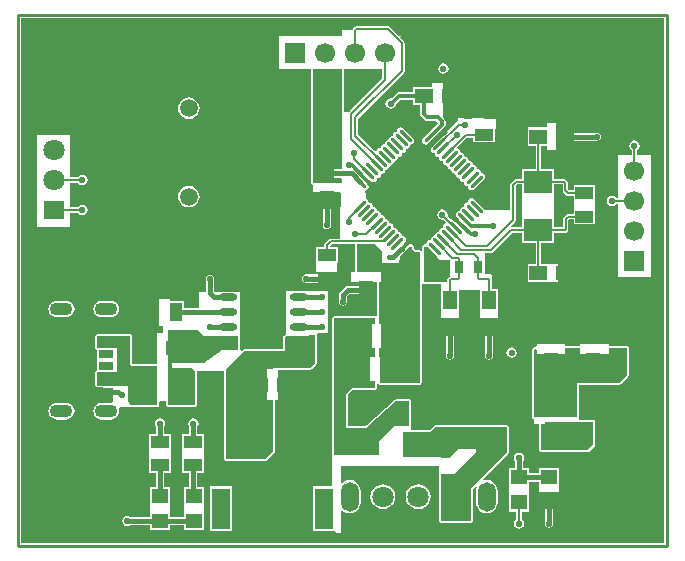
<source format=gtl>
G04*
G04 #@! TF.GenerationSoftware,Altium Limited,Altium Designer,19.0.10 (269)*
G04*
G04 Layer_Physical_Order=1*
G04 Layer_Color=255*
%FSLAX25Y25*%
%MOIN*%
G70*
G01*
G75*
%ADD10C,0.01000*%
%ADD15C,0.01200*%
%ADD20R,0.03150X0.03937*%
%ADD21R,0.05000X0.06000*%
G04:AMPARAMS|DCode=22|XSize=59.06mil|YSize=11.81mil|CornerRadius=0mil|HoleSize=0mil|Usage=FLASHONLY|Rotation=225.000|XOffset=0mil|YOffset=0mil|HoleType=Round|Shape=Round|*
%AMOVALD22*
21,1,0.04724,0.01181,0.00000,0.00000,225.0*
1,1,0.01181,0.01670,0.01670*
1,1,0.01181,-0.01670,-0.01670*
%
%ADD22OVALD22*%

G04:AMPARAMS|DCode=23|XSize=59.06mil|YSize=11.81mil|CornerRadius=0mil|HoleSize=0mil|Usage=FLASHONLY|Rotation=315.000|XOffset=0mil|YOffset=0mil|HoleType=Round|Shape=Round|*
%AMOVALD23*
21,1,0.04724,0.01181,0.00000,0.00000,315.0*
1,1,0.01181,-0.01670,0.01670*
1,1,0.01181,0.01670,-0.01670*
%
%ADD23OVALD23*%

%ADD24R,0.06102X0.03937*%
%ADD25R,0.03937X0.06102*%
%ADD26R,0.06000X0.05000*%
%ADD27O,0.06291X0.02362*%
%ADD28R,0.11811X0.13779*%
%ADD29R,0.04724X0.07480*%
%ADD30R,0.04724X0.03150*%
%ADD31R,0.04724X0.02756*%
%ADD32R,0.05510X0.05120*%
%ADD33R,0.04724X0.14961*%
%ADD34R,0.06299X0.13780*%
%ADD35R,0.02756X0.04921*%
%ADD36R,0.09449X0.07480*%
%ADD64C,0.01500*%
%ADD65C,0.00600*%
%ADD66C,0.05906*%
%ADD67C,0.06693*%
%ADD68R,0.06693X0.06693*%
%ADD69C,0.16063*%
%ADD70R,0.07087X0.06200*%
%ADD71C,0.07087*%
%ADD72O,0.05906X0.09839*%
%ADD73R,0.06693X0.06693*%
%ADD74O,0.07476X0.04331*%
%ADD75C,0.04724*%
%ADD76C,0.02200*%
G36*
X215414Y1122D02*
X1122D01*
Y176044D01*
X215414D01*
Y1122D01*
D02*
G37*
%LPC*%
G36*
X123284Y173418D02*
X113000D01*
X112649Y173348D01*
X112351Y173149D01*
X111851Y172649D01*
X111652Y172351D01*
X111582Y172000D01*
X108149D01*
X108000Y172149D01*
Y170000D01*
X87000D01*
Y159159D01*
X97851D01*
Y121165D01*
X98041Y120706D01*
X98500Y120516D01*
Y117963D01*
X98564Y118027D01*
X107417D01*
X107762Y117665D01*
X107314Y107925D01*
X107314Y107925D01*
X107500Y107503D01*
Y102491D01*
X104315D01*
X103964Y102421D01*
X103666Y102223D01*
X102351Y100907D01*
X102152Y100610D01*
X102082Y100258D01*
Y99616D01*
X99349D01*
Y94479D01*
Y91500D01*
X106500D01*
Y94327D01*
X106651Y94479D01*
Y99616D01*
X104362D01*
X104155Y100116D01*
X104695Y100656D01*
X112351D01*
Y91500D01*
X111132D01*
Y88152D01*
X119272D01*
X119720Y87928D01*
Y76852D01*
X119220Y76558D01*
X119000Y76649D01*
X105500D01*
X105041Y76459D01*
X104851Y76000D01*
Y30500D01*
Y20436D01*
X104695Y20000D01*
X104236Y19939D01*
X98310D01*
Y4959D01*
X105809D01*
X106268Y4500D01*
X107562D01*
Y11963D01*
X108036Y12124D01*
X108132Y11999D01*
X108874Y11429D01*
X109738Y11071D01*
X110665Y10949D01*
X111593Y11071D01*
X112457Y11429D01*
X113199Y11999D01*
X113769Y12741D01*
X114127Y13605D01*
X114249Y14533D01*
Y18466D01*
X114127Y19394D01*
X113769Y20258D01*
X113199Y21000D01*
X112457Y21570D01*
X111593Y21928D01*
X110665Y22050D01*
X109738Y21928D01*
X108874Y21570D01*
X108132Y21000D01*
X108036Y20875D01*
X107562Y21036D01*
Y26688D01*
X107657Y26783D01*
X140416D01*
Y24158D01*
X140351Y24000D01*
Y8374D01*
X140541Y7915D01*
X141000Y7725D01*
X151000D01*
X151459Y7915D01*
X151649Y8374D01*
X151649Y18967D01*
X152512Y19830D01*
X152936Y19547D01*
X152873Y19395D01*
X152751Y18467D01*
Y14534D01*
X152873Y13606D01*
X153231Y12742D01*
X153801Y12000D01*
X154543Y11430D01*
X155407Y11072D01*
X156335Y10950D01*
X157262Y11072D01*
X158126Y11430D01*
X158869Y12000D01*
X159438Y12742D01*
X159796Y13606D01*
X159918Y14534D01*
Y18467D01*
X159796Y19395D01*
X159438Y20259D01*
X158869Y21001D01*
X158126Y21571D01*
X157262Y21929D01*
X156335Y22051D01*
X155407Y21929D01*
X155255Y21866D01*
X154972Y22289D01*
X163459Y30777D01*
X163649Y31236D01*
Y39750D01*
X163459Y40209D01*
X163000Y40399D01*
X139250D01*
X138791Y40209D01*
X137231Y38649D01*
X131149D01*
Y40000D01*
X131149Y48245D01*
X130959Y48704D01*
X130500Y48894D01*
X126069Y48894D01*
X125855Y48806D01*
X125637Y48730D01*
X116405Y40521D01*
X115813Y40149D01*
X113930D01*
X113905Y40139D01*
X113879Y40149D01*
X110149D01*
Y50603D01*
X111647Y52101D01*
X119000D01*
X119459Y52291D01*
X119649Y52750D01*
Y54064D01*
X120149Y54201D01*
X120247Y54037D01*
X120314Y53987D01*
X120346Y53909D01*
X120506Y53843D01*
X120645Y53739D01*
X120728Y53751D01*
X120805Y53719D01*
X133876D01*
X133995Y53769D01*
X134124D01*
X134216Y53860D01*
X134335Y53909D01*
X134385Y54029D01*
X134476Y54120D01*
X134683Y54620D01*
Y54749D01*
X134732Y54869D01*
X134683Y54988D01*
Y55117D01*
X134649Y55151D01*
Y87279D01*
X134721Y87351D01*
X140945D01*
Y85600D01*
Y78400D01*
Y76000D01*
X147235D01*
X147145Y76090D01*
Y78400D01*
Y85324D01*
X153945D01*
Y78400D01*
Y76000D01*
X160235D01*
X160145Y76090D01*
Y78400D01*
Y85600D01*
X157963D01*
Y90362D01*
X157765Y90560D01*
X155601D01*
Y95569D01*
Y97782D01*
X157700D01*
X158051Y97852D01*
X158349Y98051D01*
X164738Y104440D01*
X168176D01*
Y101018D01*
X172582D01*
Y94100D01*
X169900D01*
Y87900D01*
X177100D01*
Y87900D01*
X180000D01*
Y94100D01*
X177100D01*
Y94100D01*
X174418D01*
Y101018D01*
X178824D01*
Y104440D01*
X182277D01*
X182628Y104510D01*
X182926Y104709D01*
X183277Y105061D01*
X183476Y105358D01*
X183546Y105710D01*
Y108550D01*
X183880Y108884D01*
X185227D01*
Y107233D01*
X192529D01*
Y112370D01*
Y115107D01*
Y120244D01*
X185227D01*
Y118593D01*
X183880D01*
X183418Y119056D01*
Y121149D01*
X183348Y121500D01*
X183149Y121797D01*
X182797Y122149D01*
X182500Y122348D01*
X182149Y122418D01*
X178824D01*
Y125840D01*
X174418D01*
Y133400D01*
X176500D01*
Y131924D01*
X176527Y131952D01*
X179500D01*
Y141000D01*
X176500Y141008D01*
Y139600D01*
X169900D01*
Y133400D01*
X172582D01*
Y125840D01*
X168176D01*
Y122418D01*
X166148D01*
X165797Y122348D01*
X165500Y122149D01*
X164351Y121000D01*
X164152Y120703D01*
X164082Y120352D01*
Y111881D01*
X155779D01*
X155516Y112274D01*
X152175Y115615D01*
X151781Y115878D01*
X151316Y115971D01*
X150852Y115878D01*
X150458Y115615D01*
X150195Y115221D01*
X150103Y114757D01*
X150103Y114756D01*
X149925Y114578D01*
X149460Y114486D01*
X149067Y114223D01*
X148803Y113829D01*
X148711Y113364D01*
X148248Y113130D01*
X148068Y113094D01*
X147674Y112831D01*
X147411Y112437D01*
X147319Y111973D01*
X147319Y111972D01*
X147141Y111794D01*
X146677Y111702D01*
X146283Y111439D01*
X146020Y111045D01*
X145927Y110580D01*
X146020Y110116D01*
X146283Y109722D01*
X146896Y109109D01*
X146770Y108528D01*
X146554Y108384D01*
X146410Y108168D01*
X145829Y108042D01*
X145216Y108655D01*
X144822Y108918D01*
X144357Y109010D01*
X144299Y108999D01*
X143161Y110137D01*
X143233Y110500D01*
X143101Y111163D01*
X142726Y111726D01*
X142163Y112101D01*
X141500Y112233D01*
X140837Y112101D01*
X140274Y111726D01*
X139899Y111163D01*
X139767Y110500D01*
X139899Y109837D01*
X140274Y109274D01*
X140837Y108899D01*
X141500Y108767D01*
X141863Y108839D01*
X142639Y108064D01*
X142501Y107531D01*
X142481Y107514D01*
X142106Y107263D01*
X141843Y106869D01*
X141751Y106405D01*
X141288Y106170D01*
X141109Y106134D01*
X140715Y105871D01*
X140452Y105477D01*
X140416Y105298D01*
X140241Y104953D01*
X139896Y104778D01*
X139716Y104743D01*
X139322Y104480D01*
X139059Y104086D01*
X138967Y103621D01*
X138504Y103386D01*
X138325Y103350D01*
X137931Y103087D01*
X137668Y102693D01*
X137632Y102514D01*
X137457Y102169D01*
X137112Y101994D01*
X136933Y101959D01*
X136539Y101696D01*
X136276Y101302D01*
X136183Y100837D01*
X135720Y100602D01*
X135541Y100566D01*
X135147Y100303D01*
X134884Y99910D01*
X134792Y99445D01*
X134851Y99148D01*
Y98721D01*
X134351Y98504D01*
X134000Y98649D01*
X132769D01*
X132169Y99249D01*
X132208Y99446D01*
X132116Y99910D01*
X131853Y100304D01*
X131459Y100567D01*
X130994Y100660D01*
X130530Y100567D01*
X130136Y100304D01*
X129650Y99818D01*
X129050Y99924D01*
X128905Y100140D01*
X128689Y100285D01*
X128583Y100885D01*
X129069Y101371D01*
X129332Y101765D01*
X129424Y102229D01*
X129332Y102694D01*
X129069Y103088D01*
X128675Y103351D01*
X128210Y103443D01*
X128210Y103443D01*
X128032Y103621D01*
X127940Y104086D01*
X127677Y104479D01*
X127283Y104743D01*
X126818Y104835D01*
X126584Y105298D01*
X126548Y105478D01*
X126285Y105872D01*
X125891Y106135D01*
X125427Y106227D01*
X125426Y106227D01*
X125248Y106405D01*
X125156Y106869D01*
X124893Y107263D01*
X124499Y107526D01*
X124320Y107562D01*
X123974Y107738D01*
X123800Y108082D01*
X123764Y108262D01*
X123501Y108656D01*
X123107Y108919D01*
X122643Y109011D01*
X122408Y109474D01*
X122372Y109653D01*
X122109Y110047D01*
X121715Y110310D01*
X121536Y110346D01*
X121191Y110521D01*
X121016Y110866D01*
X120980Y111046D01*
X120717Y111440D01*
X120324Y111703D01*
X119859Y111795D01*
X119624Y112258D01*
X119588Y112437D01*
X119325Y112831D01*
X118931Y113094D01*
X118752Y113130D01*
X118406Y113305D01*
X118232Y113650D01*
X118197Y113830D01*
X117933Y114224D01*
X117540Y114487D01*
X117075Y114579D01*
X116840Y115042D01*
X116804Y115221D01*
X116541Y115615D01*
X116147Y115878D01*
Y117676D01*
X115754Y118069D01*
X115928Y118603D01*
X116148Y118646D01*
X116542Y118909D01*
X116805Y119303D01*
X116897Y119768D01*
X116805Y120232D01*
X116542Y120626D01*
X115928Y121239D01*
X116054Y121821D01*
X116270Y121965D01*
X116414Y122181D01*
X116995Y122307D01*
X117609Y121693D01*
X118003Y121430D01*
X118467Y121338D01*
X118932Y121430D01*
X119326Y121693D01*
X119589Y122087D01*
X119681Y122552D01*
X119681Y122552D01*
X119859Y122730D01*
X120324Y122822D01*
X120717Y123086D01*
X120980Y123479D01*
X121016Y123659D01*
X121192Y124004D01*
X121536Y124178D01*
X121716Y124214D01*
X122110Y124477D01*
X122373Y124871D01*
X122465Y125336D01*
X122465Y125336D01*
X122643Y125514D01*
X123107Y125606D01*
X123501Y125869D01*
X123764Y126263D01*
X123800Y126442D01*
X123975Y126788D01*
X124320Y126962D01*
X124500Y126998D01*
X124893Y127261D01*
X125157Y127655D01*
X125249Y128119D01*
X125712Y128355D01*
X125891Y128390D01*
X126285Y128653D01*
X126548Y129047D01*
X126584Y129226D01*
X126759Y129572D01*
X127104Y129746D01*
X127284Y129782D01*
X127678Y130045D01*
X127941Y130439D01*
X128033Y130903D01*
X128496Y131138D01*
X128675Y131174D01*
X129069Y131437D01*
X129332Y131831D01*
X129368Y132010D01*
X129543Y132355D01*
X129888Y132530D01*
X130068Y132566D01*
X130461Y132829D01*
X130724Y133223D01*
X130817Y133687D01*
X131280Y133922D01*
X131459Y133958D01*
X131853Y134221D01*
X132116Y134615D01*
X132209Y135079D01*
X132116Y135544D01*
X131853Y135938D01*
X128512Y139278D01*
X128119Y139542D01*
X127654Y139634D01*
X127189Y139542D01*
X126796Y139278D01*
X126532Y138885D01*
X126497Y138705D01*
X126322Y138360D01*
X125977Y138185D01*
X125798Y138149D01*
X125404Y137886D01*
X125141Y137492D01*
X125048Y137028D01*
X124871Y136850D01*
X124870Y136850D01*
X124405Y136758D01*
X124012Y136494D01*
X123749Y136101D01*
X123713Y135921D01*
X123478Y135458D01*
X123014Y135365D01*
X122620Y135102D01*
X122357Y134708D01*
X122265Y134244D01*
X122087Y134066D01*
X122086Y134066D01*
X121622Y133974D01*
X121228Y133711D01*
X120965Y133317D01*
X120929Y133137D01*
X120755Y132792D01*
X120409Y132617D01*
X120230Y132581D01*
X119836Y132318D01*
X119573Y131924D01*
X119553Y131822D01*
X119010Y131658D01*
X113418Y137250D01*
Y142539D01*
X128649Y157771D01*
X128848Y158068D01*
X128918Y158419D01*
Y167784D01*
X128848Y168135D01*
X128649Y168433D01*
X127500Y169582D01*
Y169846D01*
X127654Y170000D01*
X127082D01*
X123933Y173149D01*
X123635Y173348D01*
X123284Y173418D01*
D02*
G37*
G36*
X141841Y160892D02*
X141178Y160760D01*
X140616Y160384D01*
X140240Y159822D01*
X140108Y159159D01*
X140240Y158495D01*
X140616Y157933D01*
X141178Y157557D01*
X141841Y157425D01*
X142505Y157557D01*
X143067Y157933D01*
X143443Y158495D01*
X143575Y159159D01*
X143443Y159822D01*
X143067Y160384D01*
X142505Y160760D01*
X141841Y160892D01*
D02*
G37*
G36*
X141752Y154500D02*
X138000D01*
Y153100D01*
X131752D01*
Y151224D01*
X127000D01*
X126532Y151130D01*
X126135Y150865D01*
X124461Y149191D01*
X124250Y149233D01*
X123587Y149101D01*
X123024Y148726D01*
X122649Y148163D01*
X122517Y147500D01*
X122649Y146837D01*
X123024Y146274D01*
X123587Y145899D01*
X124250Y145767D01*
X124913Y145899D01*
X125476Y146274D01*
X125851Y146837D01*
X125922Y147192D01*
X127507Y148776D01*
X131752D01*
Y146900D01*
X134128D01*
Y144149D01*
X134221Y143680D01*
X134486Y143283D01*
X135635Y142135D01*
X136032Y141870D01*
X136500Y141777D01*
X139493D01*
X140118Y141151D01*
Y140922D01*
X136811Y137615D01*
X136782Y137572D01*
X135147Y135937D01*
X134884Y135543D01*
X134792Y135079D01*
X134884Y134614D01*
X135147Y134220D01*
X135541Y133957D01*
X136005Y133865D01*
X136470Y133957D01*
X136864Y134220D01*
X138501Y135858D01*
X138541Y135884D01*
X142207Y139550D01*
X142472Y139947D01*
X142565Y140416D01*
Y141658D01*
X142472Y142126D01*
X142207Y142523D01*
X142057Y142673D01*
X141752Y143047D01*
Y145502D01*
Y154500D01*
D02*
G37*
G36*
X57000Y149583D02*
X56072Y149461D01*
X55208Y149103D01*
X54466Y148534D01*
X53897Y147792D01*
X53539Y146927D01*
X53417Y146000D01*
X53539Y145072D01*
X53897Y144208D01*
X54466Y143466D01*
X55208Y142897D01*
X56072Y142539D01*
X57000Y142417D01*
X57928Y142539D01*
X58792Y142897D01*
X59534Y143466D01*
X60103Y144208D01*
X60461Y145072D01*
X60584Y146000D01*
X60461Y146927D01*
X60103Y147792D01*
X59534Y148534D01*
X58792Y149103D01*
X57928Y149461D01*
X57000Y149583D01*
D02*
G37*
G36*
X182129Y138376D02*
X181602Y138272D01*
X181155Y137973D01*
X180905Y137723D01*
X180606Y137276D01*
X180502Y136749D01*
X180606Y136223D01*
X180905Y135776D01*
X181351Y135478D01*
X181878Y135373D01*
X181884Y135374D01*
X182102Y135228D01*
X182629Y135124D01*
X182629Y135124D01*
X193000D01*
X193527Y135228D01*
X193973Y135527D01*
X194272Y135973D01*
X194376Y136500D01*
X194272Y137027D01*
X193973Y137473D01*
X193527Y137772D01*
X193000Y137876D01*
X183199D01*
X183102Y137973D01*
X182655Y138272D01*
X182129Y138376D01*
D02*
G37*
G36*
X146500Y142631D02*
X146586Y142545D01*
X146586Y142014D01*
X143067Y138495D01*
X143067D01*
X143074Y138479D01*
X143084Y138458D01*
D01*
X143245Y138093D01*
X141970Y136817D01*
X141665Y136757D01*
X141272Y136494D01*
X137931Y133153D01*
X137668Y132759D01*
X137575Y132295D01*
X137668Y131830D01*
X137931Y131436D01*
X138325Y131173D01*
X138789Y131081D01*
X138790Y131081D01*
X138968Y130903D01*
X139060Y130439D01*
X139323Y130045D01*
X139717Y129782D01*
X139897Y129746D01*
X140242Y129571D01*
X140416Y129226D01*
X140452Y129046D01*
X140715Y128653D01*
X141109Y128390D01*
X141573Y128297D01*
X141574Y128297D01*
X141752Y128119D01*
X141844Y127655D01*
X142107Y127261D01*
X142501Y126998D01*
X142680Y126962D01*
X143026Y126787D01*
X143200Y126442D01*
X143236Y126262D01*
X143499Y125868D01*
X143893Y125605D01*
X144357Y125513D01*
X144592Y125050D01*
X144628Y124871D01*
X144891Y124477D01*
X145285Y124214D01*
X145464Y124178D01*
X145809Y124003D01*
X145984Y123658D01*
X146020Y123478D01*
X146283Y123085D01*
X146677Y122822D01*
X147141Y122729D01*
X147376Y122266D01*
X147412Y122087D01*
X147675Y121693D01*
X148069Y121430D01*
X148248Y121394D01*
X148593Y121219D01*
X148768Y120874D01*
X148803Y120694D01*
X149067Y120301D01*
X149460Y120038D01*
X149925Y119945D01*
X150160Y119482D01*
X150196Y119303D01*
X150459Y118909D01*
X150853Y118646D01*
X151317Y118554D01*
X151782Y118646D01*
X152176Y118909D01*
X155516Y122250D01*
X155779Y122644D01*
X155872Y123108D01*
X155779Y123573D01*
X155516Y123967D01*
X155122Y124230D01*
X154943Y124266D01*
X154479Y124500D01*
X154387Y124964D01*
X154124Y125358D01*
X153730Y125621D01*
X153266Y125714D01*
X153088Y125891D01*
X153088Y125892D01*
X152996Y126357D01*
X152732Y126750D01*
X152339Y127014D01*
X152159Y127049D01*
X151696Y127284D01*
X151603Y127748D01*
X151340Y128142D01*
X150946Y128405D01*
X150482Y128498D01*
X150304Y128675D01*
X150304Y128676D01*
X150212Y129141D01*
X149948Y129534D01*
X149555Y129797D01*
X149375Y129833D01*
X148912Y130068D01*
X148819Y130532D01*
X148556Y130926D01*
X148162Y131189D01*
X147698Y131281D01*
X147520Y131459D01*
X147520Y131460D01*
X147428Y131924D01*
X147165Y132318D01*
X146771Y132581D01*
X146706Y132594D01*
X146541Y133137D01*
X149613Y136208D01*
X151849D01*
Y134557D01*
X159151D01*
Y138885D01*
X159500D01*
Y142500D01*
X151500Y142631D01*
Y142631D01*
X151387Y142521D01*
X146500Y142631D01*
D02*
G37*
G36*
X17500Y137126D02*
X6500D01*
Y106500D01*
X17500D01*
Y111082D01*
X20069D01*
X20274Y110774D01*
X20837Y110399D01*
X21500Y110267D01*
X22163Y110399D01*
X22726Y110774D01*
X23101Y111337D01*
X23233Y112000D01*
X23101Y112663D01*
X22726Y113226D01*
X22163Y113601D01*
X21500Y113733D01*
X20837Y113601D01*
X20274Y113226D01*
X20069Y112918D01*
X17500D01*
Y121082D01*
X20069D01*
X20274Y120774D01*
X20837Y120399D01*
X21500Y120267D01*
X22163Y120399D01*
X22726Y120774D01*
X23101Y121337D01*
X23233Y122000D01*
X23101Y122663D01*
X22726Y123226D01*
X22163Y123601D01*
X21500Y123733D01*
X20837Y123601D01*
X20274Y123226D01*
X20069Y122918D01*
X17500D01*
Y137126D01*
D02*
G37*
G36*
X205500Y135233D02*
X204837Y135101D01*
X204274Y134726D01*
X203899Y134163D01*
X203767Y133500D01*
X203899Y132837D01*
X204274Y132274D01*
X204582Y132069D01*
Y130439D01*
X200000D01*
Y115918D01*
X199431D01*
X199226Y116226D01*
X198663Y116601D01*
X198000Y116733D01*
X197337Y116601D01*
X196774Y116226D01*
X196399Y115663D01*
X196267Y115000D01*
X196399Y114337D01*
X196774Y113774D01*
X197337Y113399D01*
X198000Y113267D01*
X198663Y113399D01*
X199226Y113774D01*
X199431Y114082D01*
X200000D01*
Y89649D01*
X211000D01*
Y130439D01*
X206418D01*
Y132069D01*
X206726Y132274D01*
X207101Y132837D01*
X207233Y133500D01*
X207101Y134163D01*
X206726Y134726D01*
X206163Y135101D01*
X205500Y135233D01*
D02*
G37*
G36*
X57000Y120083D02*
X56072Y119961D01*
X55208Y119603D01*
X54466Y119034D01*
X53897Y118292D01*
X53539Y117428D01*
X53417Y116500D01*
X53539Y115573D01*
X53897Y114708D01*
X54466Y113966D01*
X55208Y113397D01*
X56072Y113039D01*
X57000Y112917D01*
X57928Y113039D01*
X58792Y113397D01*
X59534Y113966D01*
X60103Y114708D01*
X60461Y115573D01*
X60584Y116500D01*
X60461Y117428D01*
X60103Y118292D01*
X59534Y119034D01*
X58792Y119603D01*
X57928Y119961D01*
X57000Y120083D01*
D02*
G37*
G36*
X103000Y116598D02*
X102473Y116493D01*
X102027Y116195D01*
X101728Y115749D01*
X101624Y115222D01*
Y107000D01*
X101728Y106473D01*
X102027Y106027D01*
X102473Y105728D01*
X103000Y105624D01*
X103527Y105728D01*
X103973Y106027D01*
X104272Y106473D01*
X104376Y107000D01*
Y115222D01*
X104272Y115749D01*
X103973Y116195D01*
X103527Y116493D01*
X103000Y116598D01*
D02*
G37*
G36*
X103000Y90550D02*
X95949D01*
X95422Y90445D01*
X94975Y90146D01*
X94677Y89700D01*
X94572Y89173D01*
X94677Y88647D01*
X94975Y88200D01*
X95422Y87902D01*
X95949Y87797D01*
X103000D01*
X103527Y87902D01*
X103973Y88200D01*
X104272Y88647D01*
X104376Y89173D01*
X104272Y89700D01*
X103973Y90146D01*
X103527Y90445D01*
X103000Y90550D01*
D02*
G37*
G36*
X116000Y86876D02*
X110000D01*
X109473Y86772D01*
X109027Y86473D01*
X109027Y86473D01*
X107314Y84760D01*
X107015Y84313D01*
X106910Y83787D01*
Y81500D01*
X107015Y80973D01*
X107314Y80527D01*
X107760Y80228D01*
X108287Y80124D01*
X108814Y80228D01*
X109260Y80527D01*
X109558Y80973D01*
X109663Y81500D01*
Y83217D01*
X110570Y84124D01*
X116000D01*
X116527Y84228D01*
X116973Y84527D01*
X117272Y84973D01*
X117376Y85500D01*
X117272Y86027D01*
X116973Y86473D01*
X116527Y86772D01*
X116000Y86876D01*
D02*
G37*
G36*
X64000Y90376D02*
X63473Y90272D01*
X63027Y89973D01*
X62728Y89527D01*
X62624Y89000D01*
Y84760D01*
X60411D01*
Y79376D01*
X55443D01*
Y81651D01*
X50666D01*
Y82500D01*
X47149D01*
Y73500D01*
X48500D01*
X48500Y70921D01*
X46500Y70921D01*
X46500Y70421D01*
Y60649D01*
X38500D01*
D01*
X38269D01*
X38149Y60769D01*
X38149Y70000D01*
X37959Y70459D01*
X37500Y70649D01*
X26500Y70649D01*
X26500D01*
X26041Y70459D01*
X25850Y70000D01*
X25851Y66167D01*
X26041Y65707D01*
X26500Y65517D01*
X26538D01*
Y61983D01*
Y58649D01*
X26500D01*
X26041Y58459D01*
X25850Y58000D01*
Y54021D01*
X25861Y53996D01*
X25853Y53971D01*
X25890Y53486D01*
X25993Y53286D01*
X26079Y53078D01*
X26103Y53067D01*
X26116Y53043D01*
X26330Y52974D01*
X26538Y52888D01*
X28386D01*
X28498Y52721D01*
X28579Y52388D01*
X28527Y52336D01*
X28228Y51889D01*
X28124Y51362D01*
X28228Y50835D01*
X28527Y50389D01*
X28973Y50090D01*
X29500Y49986D01*
X30027Y50090D01*
X30076Y50124D01*
X31079D01*
X31566Y50090D01*
Y48088D01*
X31190Y47758D01*
X31073Y47773D01*
X27927D01*
X27205Y47678D01*
X26533Y47400D01*
X25955Y46957D01*
X25512Y46379D01*
X25233Y45706D01*
X25138Y44984D01*
X25233Y44262D01*
X25512Y43590D01*
X25955Y43012D01*
X26533Y42569D01*
X27205Y42290D01*
X27927Y42195D01*
X31073D01*
X31794Y42290D01*
X32467Y42569D01*
X33045Y43012D01*
X33488Y43590D01*
X33767Y44262D01*
X33862Y44984D01*
X33767Y45706D01*
X33653Y45982D01*
X33987Y46482D01*
X36473Y46482D01*
X36473Y46482D01*
X36813Y46541D01*
X36956Y46482D01*
X37074Y46382D01*
X37176Y46390D01*
X37272Y46351D01*
X46500Y46350D01*
X46959Y46541D01*
X47149Y47000D01*
Y48144D01*
X47503Y48497D01*
X49351Y48496D01*
Y47500D01*
X49541Y47041D01*
X50041Y46541D01*
X50500Y46351D01*
X59000D01*
X59459Y46541D01*
X59649Y47000D01*
Y58459D01*
X68851D01*
Y29000D01*
X69041Y28541D01*
X69500Y28351D01*
X82500D01*
X82959Y28541D01*
X85459Y31041D01*
X85649Y31500D01*
Y48802D01*
X86750D01*
Y58851D01*
X97500D01*
X97959Y59041D01*
X99459Y60541D01*
X99649Y61000D01*
Y70500D01*
X99647Y70505D01*
X99925Y70921D01*
X103500D01*
X103500Y84579D01*
X103500Y84973D01*
X103527Y85000D01*
X103463Y85064D01*
X103038Y85064D01*
X89605D01*
X89541Y85000D01*
X89502Y70649D01*
X89500D01*
X89041Y70459D01*
X89041Y70459D01*
X88713Y70131D01*
X88713Y70131D01*
X88713Y70131D01*
X88541Y69959D01*
X88350Y69500D01*
X88351Y65649D01*
X75500D01*
X75041Y65459D01*
X74753Y65172D01*
X74172Y65217D01*
X74149Y65250D01*
X74149Y69987D01*
X74172D01*
Y84197D01*
X74172Y84370D01*
X73940Y84601D01*
X73767Y84601D01*
X67000Y84601D01*
X67000Y84601D01*
X66781Y84760D01*
X66566Y84760D01*
X65680D01*
X65376Y85064D01*
Y89000D01*
X65272Y89527D01*
X64973Y89973D01*
X64527Y90272D01*
X64000Y90376D01*
D02*
G37*
G36*
X31073Y81790D02*
X27927D01*
X27205Y81695D01*
X26533Y81416D01*
X25955Y80973D01*
X25512Y80395D01*
X25233Y79722D01*
X25138Y79000D01*
X25233Y78278D01*
X25512Y77606D01*
X25955Y77028D01*
X26533Y76585D01*
X27205Y76306D01*
X27927Y76211D01*
X31073D01*
X31794Y76306D01*
X32467Y76585D01*
X33045Y77028D01*
X33488Y77606D01*
X33767Y78278D01*
X33862Y79000D01*
X33767Y79722D01*
X33488Y80395D01*
X33045Y80973D01*
X32467Y81416D01*
X31794Y81695D01*
X31073Y81790D01*
D02*
G37*
G36*
X16112D02*
X12967D01*
X12245Y81695D01*
X11573Y81416D01*
X10995Y80973D01*
X10552Y80395D01*
X10273Y79722D01*
X10178Y79000D01*
X10273Y78278D01*
X10552Y77606D01*
X10995Y77028D01*
X11573Y76585D01*
X12245Y76306D01*
X12967Y76211D01*
X16112D01*
X16834Y76306D01*
X17507Y76585D01*
X18085Y77028D01*
X18528Y77606D01*
X18807Y78278D01*
X18902Y79000D01*
X18807Y79722D01*
X18528Y80395D01*
X18085Y80973D01*
X17507Y81416D01*
X16834Y81695D01*
X16112Y81790D01*
D02*
G37*
G36*
X197000Y67500D02*
X187500D01*
Y67000D01*
Y66816D01*
X182500D01*
Y67500D01*
X182500Y67500D01*
X173000D01*
Y67000D01*
Y66623D01*
X172500Y66399D01*
X172381Y66350D01*
X172251D01*
X172160Y66259D01*
X172041Y66209D01*
X171541Y65709D01*
X171351Y65250D01*
Y43000D01*
X171541Y42541D01*
X172000Y42351D01*
Y41000D01*
X172126Y40874D01*
X173851D01*
Y32000D01*
X174041Y31541D01*
X174500Y31351D01*
X190000D01*
X190459Y31541D01*
X192337Y33419D01*
X192527Y33878D01*
Y41500D01*
X192337Y41959D01*
X191878Y42149D01*
X187221D01*
X187004Y42649D01*
X187149Y43000D01*
Y53851D01*
X200500D01*
X200959Y54041D01*
X203459Y56541D01*
X203649Y57000D01*
Y66167D01*
X203459Y66626D01*
X203000Y66816D01*
X197000D01*
Y67500D01*
X197000Y67500D01*
D02*
G37*
G36*
X164563Y66233D02*
X163900Y66101D01*
X163337Y65726D01*
X162962Y65163D01*
X162830Y64500D01*
X162962Y63837D01*
X163337Y63274D01*
X163900Y62899D01*
X164563Y62767D01*
X165226Y62899D01*
X165789Y63274D01*
X166164Y63837D01*
X166296Y64500D01*
X166164Y65163D01*
X165789Y65726D01*
X165226Y66101D01*
X164563Y66233D01*
D02*
G37*
G36*
X157045Y74376D02*
X156518Y74272D01*
X156072Y73973D01*
X155773Y73527D01*
X155669Y73000D01*
Y63500D01*
X155773Y62973D01*
X156072Y62527D01*
X156518Y62228D01*
X157045Y62124D01*
X157572Y62228D01*
X158018Y62527D01*
X158317Y62973D01*
X158422Y63500D01*
Y73000D01*
X158317Y73527D01*
X158018Y73973D01*
X157572Y74272D01*
X157045Y74376D01*
D02*
G37*
G36*
X144045D02*
X143518Y74272D01*
X143072Y73973D01*
X142773Y73527D01*
X142669Y73000D01*
Y63500D01*
X142773Y62973D01*
X143072Y62527D01*
X143518Y62228D01*
X144045Y62124D01*
X144572Y62228D01*
X145018Y62527D01*
X145317Y62973D01*
X145422Y63500D01*
Y73000D01*
X145317Y73527D01*
X145018Y73973D01*
X144572Y74272D01*
X144045Y74376D01*
D02*
G37*
G36*
X16112Y47773D02*
X12967D01*
X12245Y47678D01*
X11573Y47400D01*
X10995Y46957D01*
X10552Y46379D01*
X10273Y45706D01*
X10178Y44984D01*
X10273Y44262D01*
X10552Y43590D01*
X10995Y43012D01*
X11573Y42569D01*
X12245Y42290D01*
X12967Y42195D01*
X16112D01*
X16834Y42290D01*
X17507Y42569D01*
X18085Y43012D01*
X18528Y43590D01*
X18807Y44262D01*
X18902Y44984D01*
X18807Y45706D01*
X18528Y46379D01*
X18085Y46957D01*
X17507Y47400D01*
X16834Y47678D01*
X16112Y47773D01*
D02*
G37*
G36*
X167056Y31177D02*
X166393Y31045D01*
X165831Y30669D01*
X165455Y30107D01*
X165323Y29444D01*
X165455Y28780D01*
X165680Y28444D01*
Y26050D01*
X163701D01*
Y19730D01*
Y17780D01*
Y11460D01*
X166139D01*
Y8931D01*
X165831Y8726D01*
X165455Y8163D01*
X165323Y7500D01*
X165455Y6837D01*
X165831Y6274D01*
X166393Y5899D01*
X167056Y5767D01*
X167719Y5899D01*
X168282Y6274D01*
X168658Y6837D01*
X168790Y7500D01*
X168658Y8163D01*
X168282Y8726D01*
X167974Y8931D01*
Y11460D01*
X170411D01*
Y17780D01*
Y21514D01*
X173806D01*
Y19840D01*
X173851Y18000D01*
X180516D01*
Y19840D01*
Y26160D01*
X173806D01*
Y24266D01*
X170411D01*
Y26050D01*
X168433D01*
Y28444D01*
X168658Y28780D01*
X168790Y29444D01*
X168658Y30107D01*
X168282Y30669D01*
X167719Y31045D01*
X167056Y31177D01*
D02*
G37*
G36*
X133500Y20679D02*
X132418Y20537D01*
X131411Y20119D01*
X130545Y19455D01*
X129881Y18589D01*
X129463Y17582D01*
X129321Y16500D01*
X129463Y15418D01*
X129881Y14411D01*
X130545Y13545D01*
X131411Y12881D01*
X132418Y12463D01*
X133500Y12321D01*
X134582Y12463D01*
X135590Y12881D01*
X136455Y13545D01*
X137119Y14411D01*
X137537Y15418D01*
X137679Y16500D01*
X137537Y17582D01*
X137119Y18589D01*
X136455Y19455D01*
X135590Y20119D01*
X134582Y20537D01*
X133500Y20679D01*
D02*
G37*
G36*
X121689D02*
X120607Y20537D01*
X119599Y20119D01*
X118734Y19455D01*
X118070Y18589D01*
X117652Y17582D01*
X117510Y16500D01*
X117652Y15418D01*
X118070Y14411D01*
X118734Y13545D01*
X119599Y12881D01*
X120607Y12463D01*
X121689Y12321D01*
X122771Y12463D01*
X123778Y12881D01*
X124644Y13545D01*
X125308Y14411D01*
X125726Y15418D01*
X125868Y16500D01*
X125726Y17582D01*
X125308Y18589D01*
X124644Y19455D01*
X123778Y20119D01*
X122771Y20537D01*
X121689Y20679D01*
D02*
G37*
G36*
X58500Y42607D02*
X57837Y42475D01*
X57274Y42100D01*
X56899Y41537D01*
X56767Y40874D01*
X56899Y40211D01*
X57124Y39874D01*
Y37442D01*
X54849D01*
Y32305D01*
Y29568D01*
Y24431D01*
X57124D01*
Y19804D01*
X55489D01*
Y13484D01*
Y9750D01*
X50666D01*
Y13484D01*
Y19804D01*
X48787D01*
Y24431D01*
X51062D01*
Y29568D01*
Y32305D01*
Y37442D01*
X48787D01*
Y39874D01*
X49012Y40211D01*
X49144Y40874D01*
X49012Y41537D01*
X48636Y42100D01*
X48074Y42475D01*
X47411Y42607D01*
X46747Y42475D01*
X46185Y42100D01*
X45809Y41537D01*
X45677Y40874D01*
X45809Y40211D01*
X46034Y39874D01*
Y37442D01*
X43759D01*
Y32305D01*
Y29568D01*
Y24431D01*
X46034D01*
Y19804D01*
X43956D01*
Y13484D01*
Y9750D01*
X37500D01*
X37163Y9975D01*
X36500Y10107D01*
X35837Y9975D01*
X35274Y9600D01*
X34899Y9037D01*
X34767Y8374D01*
X34899Y7711D01*
X35274Y7148D01*
X35837Y6773D01*
X36500Y6641D01*
X37163Y6773D01*
X37500Y6998D01*
X43956D01*
Y5214D01*
X50666D01*
Y6998D01*
X55489D01*
Y5214D01*
X62199D01*
Y11534D01*
Y13484D01*
Y19804D01*
X59876D01*
Y24431D01*
X62151D01*
Y29568D01*
Y32305D01*
Y37442D01*
X59876D01*
Y39874D01*
X60101Y40211D01*
X60233Y40874D01*
X60101Y41537D01*
X59726Y42100D01*
X59163Y42475D01*
X58500Y42607D01*
D02*
G37*
G36*
X177161Y16106D02*
X176635Y16002D01*
X176188Y15703D01*
X175890Y15257D01*
X175785Y14730D01*
Y7500D01*
X175890Y6973D01*
X176188Y6527D01*
X176635Y6228D01*
X177161Y6124D01*
X177688Y6228D01*
X178135Y6527D01*
X178433Y6973D01*
X178538Y7500D01*
Y14730D01*
X178433Y15257D01*
X178135Y15703D01*
X177688Y16002D01*
X177161Y16106D01*
D02*
G37*
G36*
X71399Y19939D02*
X63900D01*
Y4959D01*
X71399D01*
Y19939D01*
D02*
G37*
%LPD*%
G36*
X121447Y155880D02*
X110603Y145037D01*
X110250Y144683D01*
X109806Y144548D01*
X108649D01*
Y159159D01*
X121447D01*
Y155880D01*
D02*
G37*
G36*
X108000Y128000D02*
Y125598D01*
X103000D01*
X102473Y125494D01*
X102027Y125195D01*
X101728Y124749D01*
X101624Y124222D01*
X101728Y123695D01*
X102027Y123249D01*
X102473Y122950D01*
X103000Y122845D01*
X107500D01*
X107978Y122345D01*
X107923Y121165D01*
X98500D01*
Y159159D01*
X108000D01*
Y128000D01*
D02*
G37*
G36*
X181582Y118676D02*
X181652Y118325D01*
X181851Y118027D01*
X182851Y117027D01*
X183149Y116828D01*
X183207Y116816D01*
X183500Y116758D01*
X185227D01*
Y115107D01*
Y112370D01*
Y110719D01*
X183500D01*
X183149Y110650D01*
X182851Y110451D01*
X181980Y109579D01*
X181781Y109282D01*
X181711Y108930D01*
Y106276D01*
X178824D01*
Y109324D01*
Y117160D01*
Y120582D01*
X181582D01*
Y118676D01*
D02*
G37*
G36*
X168176Y117160D02*
Y109698D01*
Y106276D01*
X164706D01*
X164499Y106776D01*
X165649Y107925D01*
X165848Y108223D01*
X165918Y108574D01*
Y119971D01*
X166529Y120582D01*
X168176D01*
Y117160D01*
D02*
G37*
G36*
X136500Y99563D02*
X140563Y95500D01*
X144000D01*
Y89848D01*
X143703Y89649D01*
X143351Y89297D01*
X143152Y89000D01*
X143082Y88648D01*
Y88000D01*
X135500D01*
Y99669D01*
X136500D01*
Y99563D01*
D02*
G37*
G36*
X121500Y98339D02*
Y94500D01*
X127000D01*
Y95500D01*
X131000Y99500D01*
X132500Y98000D01*
X134000D01*
Y54952D01*
X134083Y54869D01*
X133876Y54369D01*
X120805D01*
X120567Y54770D01*
Y63027D01*
X120370D01*
Y66000D01*
X120934D01*
X121191Y65743D01*
Y74000D01*
X120370D01*
Y87928D01*
X120870Y88059D01*
X120929Y88000D01*
Y91500D01*
X113000D01*
Y100656D01*
X119183D01*
X121500Y98339D01*
D02*
G37*
G36*
X119000Y74000D02*
X118027D01*
X118000Y73973D01*
X117933Y66000D01*
X119000D01*
Y63027D01*
X117403D01*
X117376Y63000D01*
X117310Y55027D01*
X119000D01*
Y52750D01*
X111378D01*
X109500Y50872D01*
Y39500D01*
X113879D01*
X113905Y39497D01*
X113930Y39500D01*
X116000D01*
X116797Y40000D01*
X126069Y48245D01*
X130500Y48245D01*
X130500Y40000D01*
X125534D01*
X120370Y34835D01*
Y30250D01*
X105750D01*
X105500Y30500D01*
Y76000D01*
X119000D01*
Y74000D01*
D02*
G37*
G36*
X163000Y31236D02*
X151000Y19236D01*
X151000Y8374D01*
X141000D01*
Y24000D01*
X145419D01*
X152655Y31236D01*
Y32500D01*
X146586D01*
X143586Y29500D01*
X141085D01*
X141043Y29601D01*
X141043Y29601D01*
X128399D01*
X128334Y29666D01*
Y38000D01*
X137500D01*
X139250Y39750D01*
X163000D01*
Y31236D01*
D02*
G37*
G36*
X99000Y70500D02*
Y61000D01*
X97500Y59500D01*
X85000D01*
Y58980D01*
X83000D01*
Y48802D01*
X85000D01*
Y31500D01*
X82500Y29000D01*
X69500D01*
Y58459D01*
Y59000D01*
X69500Y59000D01*
X69500D01*
Y59000D01*
X75500Y65000D01*
X89000D01*
X89000Y69500D01*
X89172Y69672D01*
X89500Y70000D01*
X89500Y70000D01*
X89500Y70000D01*
X96632D01*
X97132Y70500D01*
X99000Y70500D01*
D02*
G37*
G36*
X62000Y70000D02*
X67000D01*
Y69987D01*
X73500D01*
X73500Y65250D01*
X68071D01*
X62000Y61000D01*
X51500D01*
Y59500D01*
X58000D01*
X59000Y58500D01*
Y47000D01*
X50500D01*
X50000Y47500D01*
Y60609D01*
X50041Y60649D01*
X50041D01*
X50041Y70921D01*
X50000D01*
Y72000D01*
X60000D01*
X62000Y70000D01*
D02*
G37*
G36*
X37500Y60500D02*
X38000Y60000D01*
X46500D01*
Y58459D01*
X46500D01*
Y48498D01*
Y47000D01*
X37272Y47000D01*
X36631Y48245D01*
X36631Y53500D01*
X32462D01*
Y53537D01*
X26538D01*
X26500Y54021D01*
Y58000D01*
X33000D01*
Y66167D01*
X26500D01*
X26500Y70000D01*
X37500Y70000D01*
X37500Y60500D01*
D02*
G37*
G36*
X203000Y57000D02*
X200500Y54500D01*
X186500D01*
Y43000D01*
X172000D01*
Y65250D01*
X172500Y65750D01*
X173000Y65543D01*
Y63961D01*
X182500D01*
Y66167D01*
X187500D01*
Y63961D01*
X197000D01*
Y66167D01*
X203000D01*
Y57000D01*
D02*
G37*
G36*
X191878Y33878D02*
X190000Y32000D01*
X174500D01*
Y40874D01*
X175785D01*
Y41500D01*
X191878D01*
Y33878D01*
D02*
G37*
D10*
X0Y0D02*
Y177165D01*
Y0D02*
X216535D01*
Y177165D01*
X0D02*
X216535D01*
D15*
X124250Y147500D02*
X124500D01*
X127000Y150000D01*
X135352D01*
X141342Y140416D02*
Y141658D01*
X137676Y136749D02*
X141342Y140416D01*
X140000Y143000D02*
X141342Y141658D01*
X136500Y143000D02*
X140000D01*
X150938Y104000D02*
X152300D01*
X150894Y106842D02*
X158500D01*
X147419Y107518D02*
X150938Y104000D01*
X148825Y108910D02*
X150894Y106842D01*
X148811Y108910D02*
X148825D01*
X147419Y107518D02*
Y107519D01*
X110439Y127000D02*
X111229D01*
X115399Y122830D01*
X115405D01*
X135352Y144149D02*
X136500Y143000D01*
X135352Y144149D02*
Y150000D01*
D20*
X153426Y93000D02*
D03*
X147125D02*
D03*
D21*
X103000Y124222D02*
D03*
Y115222D02*
D03*
X116000Y94500D02*
D03*
Y85500D02*
D03*
X144045Y82000D02*
D03*
Y73000D02*
D03*
X157045Y82000D02*
D03*
Y73000D02*
D03*
X177872Y61500D02*
D03*
Y70500D02*
D03*
X191878Y61500D02*
D03*
Y70500D02*
D03*
D22*
X129324Y97775D02*
D03*
X127932Y99167D02*
D03*
X126540Y100559D02*
D03*
X125148Y101951D02*
D03*
X123756Y103343D02*
D03*
X122364Y104735D02*
D03*
X120972Y106127D02*
D03*
X119580Y107519D02*
D03*
X118189Y108911D02*
D03*
X116796Y110302D02*
D03*
X115405Y111695D02*
D03*
X114013Y113086D02*
D03*
X137676Y136749D02*
D03*
X139068Y135357D02*
D03*
X140460Y133965D02*
D03*
X141852Y132574D02*
D03*
X143244Y131181D02*
D03*
X144636Y129790D02*
D03*
X146028Y128397D02*
D03*
X147420Y127006D02*
D03*
X148811Y125613D02*
D03*
X150204Y124222D02*
D03*
X151595Y122829D02*
D03*
X152988Y121438D02*
D03*
D23*
X114013Y121438D02*
D03*
X115405Y122830D02*
D03*
X116797Y124222D02*
D03*
X118189Y125614D02*
D03*
X119581Y127006D02*
D03*
X120972Y128398D02*
D03*
X122365Y129790D02*
D03*
X123757Y131182D02*
D03*
X125149Y132574D02*
D03*
X126540Y133966D02*
D03*
X127933Y135357D02*
D03*
X129324Y136750D02*
D03*
X152987Y113086D02*
D03*
X151595Y111694D02*
D03*
X150203Y110302D02*
D03*
X148811Y108910D02*
D03*
X147419Y107518D02*
D03*
X146028Y106126D02*
D03*
X144635Y104735D02*
D03*
X143244Y103342D02*
D03*
X141851Y101951D02*
D03*
X140460Y100558D02*
D03*
X139067Y99167D02*
D03*
X137676Y97775D02*
D03*
D24*
X103000Y89173D02*
D03*
Y97047D02*
D03*
X47411Y34874D02*
D03*
Y27000D02*
D03*
X58500Y34874D02*
D03*
Y27000D02*
D03*
X180878Y37626D02*
D03*
Y45500D02*
D03*
X188878Y117676D02*
D03*
Y109802D02*
D03*
X155500Y145000D02*
D03*
Y137126D02*
D03*
D25*
X123374Y70000D02*
D03*
X115500D02*
D03*
X123374Y59000D02*
D03*
X115500D02*
D03*
X45000Y78000D02*
D03*
X52874D02*
D03*
D26*
X80500Y53869D02*
D03*
X89500D02*
D03*
X52500Y66000D02*
D03*
X43500D02*
D03*
X173500Y91000D02*
D03*
X182500D02*
D03*
X173500Y136500D02*
D03*
X182500D02*
D03*
X135352Y150000D02*
D03*
X144351D02*
D03*
D27*
X93811Y68000D02*
D03*
Y73000D02*
D03*
Y78000D02*
D03*
Y83000D02*
D03*
X70189Y68000D02*
D03*
Y73000D02*
D03*
Y78000D02*
D03*
Y83000D02*
D03*
D28*
X82000Y75500D02*
D03*
D29*
X54098Y53500D02*
D03*
X41500D02*
D03*
D30*
X29500Y72622D02*
D03*
Y51362D02*
D03*
D31*
Y67898D02*
D03*
Y63961D02*
D03*
Y60024D02*
D03*
Y56087D02*
D03*
D32*
X58844Y8374D02*
D03*
Y16644D02*
D03*
X47311Y8374D02*
D03*
Y16644D02*
D03*
X177161Y23000D02*
D03*
Y14730D02*
D03*
X167056Y22890D02*
D03*
Y14620D02*
D03*
D33*
X79854Y39614D02*
D03*
X89854D02*
D03*
D34*
X102059Y12449D02*
D03*
X67650Y12449D02*
D03*
D35*
X132074Y33480D02*
D03*
X128334Y43320D02*
D03*
X135814D02*
D03*
D36*
X173500Y121500D02*
D03*
Y105358D02*
D03*
D64*
X47411Y34874D02*
Y40874D01*
X47411Y40874D02*
X47411Y40874D01*
X103000Y124222D02*
X111229D01*
X114013Y121438D01*
X123756Y96420D02*
X125145D01*
X127892Y99167D01*
X127932D01*
X108287Y81500D02*
Y83787D01*
X110000Y85500D01*
X116000D01*
X177051Y22890D02*
X177161Y23000D01*
X167056Y22890D02*
X177051D01*
X167056D02*
Y29444D01*
X177161Y7500D02*
Y14730D01*
X182129Y137000D02*
X182629Y136500D01*
X181878Y136749D02*
X182129Y137000D01*
X95949Y89173D02*
X103000D01*
X93811Y83000D02*
X101365D01*
X36500Y8374D02*
X47311D01*
X58844D01*
X64000Y73000D02*
X70189D01*
X33500Y51500D02*
X34631Y50369D01*
X29638Y51500D02*
X33500D01*
X29500Y51362D02*
X29638Y51500D01*
X52874Y78000D02*
X70189D01*
X58500Y34874D02*
Y40874D01*
X93811Y73000D02*
X101365D01*
X93811Y78000D02*
X101365D01*
X64000Y84494D02*
X65329Y83165D01*
X70024D01*
X70189Y83000D01*
X64000Y84494D02*
Y89000D01*
X58500Y16988D02*
X58844Y16644D01*
X58500Y16988D02*
Y27000D01*
X47311Y16644D02*
X47411Y16744D01*
Y27000D01*
X144045Y63500D02*
Y73000D01*
X157045Y63500D02*
Y73000D01*
X103000Y107000D02*
Y115222D01*
X182629Y136500D02*
X193000D01*
D65*
X141500Y110500D02*
X145873Y106127D01*
X146028D01*
X149370Y100000D02*
X156426D01*
X147886Y98700D02*
X157700D01*
X153426Y93000D02*
Y96074D01*
X152000Y97500D02*
X153426Y96074D01*
X146302Y97500D02*
X152000D01*
X146028Y106093D02*
Y106127D01*
X156426Y100000D02*
X165000Y108574D01*
Y120352D01*
X144636Y104735D02*
X149370Y100000D01*
X157700Y98700D02*
X164358Y105358D01*
X143244Y103343D02*
X147886Y98700D01*
X141852Y101950D02*
X146302Y97500D01*
X144869Y96149D02*
X147126D01*
X140460Y100558D02*
X144869Y96149D01*
X112000Y129019D02*
X116797Y124222D01*
X112000Y129019D02*
Y131182D01*
X116797Y124222D02*
Y124222D01*
X183500Y109802D02*
X188878D01*
X182629Y108930D02*
X183500Y109802D01*
X182629Y105710D02*
Y108930D01*
X182277Y105358D02*
X182629Y105710D01*
X173500Y105358D02*
X182277D01*
X183500Y117676D02*
X188878D01*
X182500Y118676D02*
X183500Y117676D01*
X182500Y118676D02*
Y121149D01*
X182149Y121500D02*
X182500Y121149D01*
X173500Y121500D02*
X182149D01*
X146950Y140500D02*
X149000D01*
X140460Y134010D02*
X146950Y140500D01*
X140460Y133965D02*
Y134010D01*
X141852Y132574D02*
X146278Y137000D01*
X143288Y131182D02*
X149233Y137126D01*
X155500D01*
X143244Y131182D02*
X143288D01*
X141852Y132574D02*
X141852D01*
X140460Y133965D02*
X140465D01*
X198000Y115000D02*
X205500D01*
Y125000D02*
Y133500D01*
X110250Y108000D02*
Y109324D01*
X114012Y113086D01*
X114013D01*
X12000Y112000D02*
X21500D01*
X12000Y122000D02*
X21500D01*
X104315Y101574D02*
X121987D01*
X103000Y100258D02*
X104315Y101574D01*
X121987D02*
X123756Y103343D01*
X103000Y97047D02*
Y100258D01*
X112479Y104000D02*
X116062D01*
X119580Y107519D01*
X119581D01*
X167056Y7500D02*
Y14620D01*
X112500Y136870D02*
Y142919D01*
Y136870D02*
X120972Y128398D01*
X112500Y142919D02*
X128000Y158419D01*
Y167784D01*
X123284Y172500D02*
X128000Y167784D01*
X113000Y172500D02*
X123284D01*
X112500Y172000D02*
X113000Y172500D01*
X112500Y164500D02*
Y172000D01*
X111000Y135587D02*
X119581Y127006D01*
Y127006D02*
Y127006D01*
X111000Y135587D02*
Y144136D01*
X122364Y155500D01*
Y164364D01*
X122500Y164500D01*
X157045Y82000D02*
Y88648D01*
X156693Y89000D02*
X157045Y88648D01*
X153777Y89000D02*
X156693D01*
X153426Y89351D02*
X153777Y89000D01*
X153426Y89351D02*
Y93000D01*
X144000Y82045D02*
Y88648D01*
X144351Y89000D01*
X146586D01*
X144000Y82045D02*
X144045Y82000D01*
X146586Y89000D02*
X147126Y89539D01*
Y93000D01*
X141852Y101950D02*
Y101951D01*
X147126Y93000D02*
Y96149D01*
X140460Y100558D02*
Y100559D01*
X165000Y120352D02*
X166148Y121500D01*
X173500D01*
X164358Y105358D02*
X173500D01*
X173500Y91000D02*
X173500Y91000D01*
Y105358D01*
X173500Y121500D02*
X173500Y121500D01*
X173500Y121500D02*
Y136500D01*
D66*
X57000Y146000D02*
D03*
Y116500D02*
D03*
D67*
X205500Y125000D02*
D03*
Y115000D02*
D03*
Y105000D02*
D03*
X102500Y164500D02*
D03*
X112500D02*
D03*
X122500D02*
D03*
D68*
X205500Y95000D02*
D03*
D69*
X196815Y19685D02*
D03*
X19685D02*
D03*
Y157315D02*
D03*
X196815D02*
D03*
D70*
X12000Y112000D02*
D03*
D71*
Y122000D02*
D03*
Y132000D02*
D03*
X145311Y16500D02*
D03*
X133500D02*
D03*
X121689D02*
D03*
D72*
X156335Y16500D02*
D03*
X110665Y16500D02*
D03*
D73*
X92500Y164500D02*
D03*
D74*
X14540Y44984D02*
D03*
Y79000D02*
D03*
X29500Y44984D02*
D03*
Y79000D02*
D03*
D75*
X113905Y42484D02*
D03*
Y36574D02*
D03*
X151174Y43000D02*
D03*
Y37090D02*
D03*
D76*
X124250Y147500D02*
D03*
X164563Y64500D02*
D03*
X47411Y40874D02*
D03*
X86000Y71000D02*
D03*
X82250D02*
D03*
X78500D02*
D03*
X86000Y75250D02*
D03*
X82250D02*
D03*
X78500D02*
D03*
X86000Y79500D02*
D03*
X82250D02*
D03*
X78500D02*
D03*
X141500Y110500D02*
D03*
X152300Y104000D02*
D03*
X162500Y163500D02*
D03*
Y171000D02*
D03*
X141841Y159159D02*
D03*
X158500Y106842D02*
D03*
X198500Y60500D02*
D03*
Y56500D02*
D03*
Y64500D02*
D03*
X142000Y90000D02*
D03*
X139000D02*
D03*
X142000Y93000D02*
D03*
X139000D02*
D03*
X165000Y91500D02*
D03*
Y94500D02*
D03*
Y97500D02*
D03*
X110439Y127000D02*
D03*
X112000Y131182D02*
D03*
X108287Y81500D02*
D03*
X194000Y79000D02*
D03*
X188083D02*
D03*
X182167D02*
D03*
X176250D02*
D03*
X188500Y35425D02*
D03*
Y39114D02*
D03*
X167056Y29444D02*
D03*
X123874Y42000D02*
D03*
X177161Y7500D02*
D03*
X141193Y42820D02*
D03*
X146278Y137000D02*
D03*
X149000Y140500D02*
D03*
X198000Y115000D02*
D03*
X205500Y133500D02*
D03*
X110250Y108000D02*
D03*
X21500Y112000D02*
D03*
Y122000D02*
D03*
X95949Y89173D02*
D03*
X141193Y46781D02*
D03*
X73000Y49000D02*
D03*
Y39000D02*
D03*
Y42333D02*
D03*
Y45667D02*
D03*
X60000Y64500D02*
D03*
X63000D02*
D03*
X101365Y83000D02*
D03*
X36500Y8374D02*
D03*
X64000Y73000D02*
D03*
X34631Y50369D02*
D03*
X39500Y83000D02*
D03*
Y80000D02*
D03*
Y73789D02*
D03*
Y77028D02*
D03*
X35500Y73789D02*
D03*
Y77000D02*
D03*
X112479Y104000D02*
D03*
X167056Y7500D02*
D03*
X130000Y60500D02*
D03*
Y66167D02*
D03*
Y71833D02*
D03*
Y77500D02*
D03*
X123374Y77500D02*
D03*
X130000Y88648D02*
D03*
X123500D02*
D03*
X130000Y92000D02*
D03*
X123500D02*
D03*
X58500Y40874D02*
D03*
X101365Y73000D02*
D03*
Y78000D02*
D03*
X98500Y49500D02*
D03*
Y44167D02*
D03*
Y38833D02*
D03*
Y54833D02*
D03*
X64000Y89000D02*
D03*
X83500Y160703D02*
D03*
Y167248D02*
D03*
X101000Y133000D02*
D03*
X104250D02*
D03*
Y156000D02*
D03*
X101000D02*
D03*
X157500Y150500D02*
D03*
X152655D02*
D03*
X157500Y153500D02*
D03*
X152655D02*
D03*
X157045Y63500D02*
D03*
X144045D02*
D03*
X103000Y107000D02*
D03*
X193000Y136500D02*
D03*
M02*

</source>
